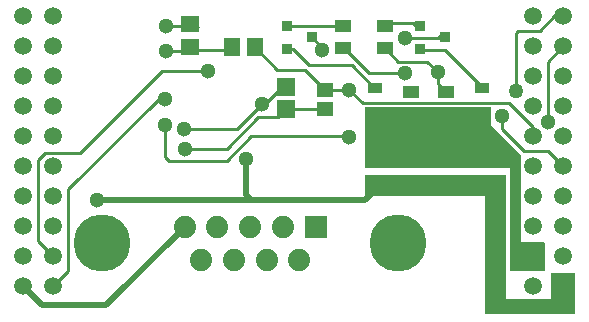
<source format=gbl>
G04 Layer_Physical_Order=2*
G04 Layer_Color=11436288*
%FSLAX42Y42*%
%MOMM*%
G71*
G01*
G75*
%ADD11R,1.45X1.05*%
%ADD13R,1.30X0.90*%
%ADD19C,1.52*%
%ADD21C,0.50*%
%ADD22C,0.25*%
%ADD25C,4.83*%
%ADD26C,1.88*%
%ADD27R,1.88X1.88*%
%ADD28C,1.30*%
%ADD29C,1.27*%
%ADD30R,0.91X0.81*%
%ADD31R,1.45X1.25*%
%ADD32R,1.55X1.55*%
%ADD33R,1.55X1.35*%
%ADD34R,1.35X1.55*%
G36*
X9220Y6350D02*
Y5480D01*
X9600D01*
Y5700D01*
X9800D01*
Y5450D01*
Y5350D01*
X9040D01*
Y6350D01*
X8020D01*
Y6530D01*
X9220D01*
Y6350D01*
D02*
G37*
G36*
X9090Y6950D02*
X9340Y6700D01*
X9340Y5960D01*
X9541Y5960D01*
X9550Y5951D01*
X9550Y5729D01*
X9541Y5720D01*
X9259Y5720D01*
X9250Y5729D01*
X9250Y6590D01*
X8029Y6590D01*
X8020Y6599D01*
X8020Y7107D01*
X9090D01*
Y6950D01*
D02*
G37*
D11*
X8710Y7232D02*
D03*
Y7047D02*
D03*
X8410Y7232D02*
D03*
Y7047D02*
D03*
X8190Y7787D02*
D03*
Y7602D02*
D03*
X7840D02*
D03*
Y7787D02*
D03*
D13*
X9010Y7270D02*
D03*
Y7050D02*
D03*
X8110Y7270D02*
D03*
Y7050D02*
D03*
X9130Y6440D02*
D03*
Y6640D02*
D03*
X8730Y6440D02*
D03*
Y6640D02*
D03*
X8440Y6430D02*
D03*
Y6630D02*
D03*
X8150Y6640D02*
D03*
Y6440D02*
D03*
D19*
X9445Y7873D02*
D03*
X9699D02*
D03*
X9445Y7619D02*
D03*
X9699D02*
D03*
X9445Y7365D02*
D03*
X9699D02*
D03*
X9445Y7111D02*
D03*
X9699D02*
D03*
X9445Y6857D02*
D03*
X9699D02*
D03*
X9445Y6603D02*
D03*
X9699D02*
D03*
X9445Y6349D02*
D03*
X9699D02*
D03*
X9445Y6095D02*
D03*
X9699D02*
D03*
X9445Y5841D02*
D03*
X9699D02*
D03*
X9445Y5587D02*
D03*
X9699D02*
D03*
X5127Y7873D02*
D03*
X5381D02*
D03*
X5127Y7619D02*
D03*
X5381D02*
D03*
X5127Y7365D02*
D03*
X5381D02*
D03*
X5127Y7111D02*
D03*
X5381D02*
D03*
X5127Y6857D02*
D03*
X5381D02*
D03*
X5127Y6603D02*
D03*
X5381D02*
D03*
X5127Y6349D02*
D03*
X5381D02*
D03*
X5127Y6095D02*
D03*
X5381D02*
D03*
X5127Y5841D02*
D03*
X5381D02*
D03*
X5127Y5587D02*
D03*
X5381D02*
D03*
D21*
X8020Y6320D02*
X8120Y6420D01*
X5127Y5587D02*
X5284Y5430D01*
X5833D01*
X6495Y6092D01*
X7055Y6320D02*
X8020D01*
X7012Y6362D02*
X7055Y6320D01*
X5750D02*
X7045D01*
X7050Y6325D01*
X7012Y6362D02*
Y6662D01*
D22*
X5610Y6720D02*
X6300Y7410D01*
X6690D01*
X5310Y6720D02*
X5610D01*
X5250Y6660D02*
X5310Y6720D01*
X5510Y6410D02*
X6275Y7175D01*
X5510Y5716D02*
Y6410D01*
X9180Y6920D02*
Y7030D01*
Y6920D02*
X9370Y6730D01*
X6360Y6650D02*
X6850D01*
X6325Y6685D02*
X6360Y6650D01*
X6325Y6685D02*
Y6950D01*
X7058Y6858D02*
X7882D01*
X6850Y6650D02*
X7058Y6858D01*
X8190Y7772D02*
X8235Y7818D01*
X8360Y7690D02*
X8640D01*
X8670Y7720D01*
X8471Y7777D02*
X8484Y7791D01*
X8471Y7777D02*
Y7777D01*
X8430Y7818D02*
X8471Y7777D01*
X8235Y7818D02*
X8430D01*
X8670Y7720D02*
X8700Y7690D01*
X7660Y7590D02*
Y7607D01*
X8491Y7592D02*
X8698D01*
X8484Y7599D02*
X8491Y7592D01*
X8698D02*
X9015Y7275D01*
X9300Y7240D02*
Y7730D01*
X9320Y7750D01*
X9570Y6980D02*
Y7490D01*
X9699Y7619D01*
X9572Y6730D02*
X9699Y6603D01*
X9370Y6730D02*
X9572D01*
X9240Y7140D02*
X9445Y6935D01*
Y6857D02*
Y6935D01*
X9320Y7750D02*
X9500D01*
X9623Y7873D01*
X9699D01*
X8003Y7140D02*
X9240D01*
X7890Y7253D02*
X8003Y7140D01*
X7680Y7253D02*
X7890D01*
X7882Y6858D02*
X7890Y6850D01*
X8640Y7300D02*
Y7400D01*
X8550Y7490D02*
X8640Y7400D01*
X8303Y7490D02*
X8550D01*
X8640Y7300D02*
X8710Y7230D01*
X8100Y7270D02*
X8110D01*
X7910Y7460D02*
X8100Y7270D01*
X7700Y7460D02*
X7910D01*
X8060Y7390D02*
X8360D01*
X7879Y7571D02*
X8060Y7390D01*
X8190Y7602D02*
X8303Y7490D01*
X7283Y7020D02*
X7350Y7088D01*
X7120Y7020D02*
X7283D01*
X6850Y6750D02*
X7120Y7020D01*
X7335Y7257D02*
X7350Y7272D01*
X7300Y7257D02*
X7335D01*
X7172Y7130D02*
X7300Y7257D01*
X7550Y7460D02*
X7700D01*
X7411Y7599D02*
X7550Y7460D01*
X7359Y7599D02*
X7411D01*
X7512Y7420D02*
X7680Y7253D01*
X7278Y7420D02*
X7512D01*
X7088Y7610D02*
X7278Y7420D01*
X7150Y7130D02*
X7172D01*
X6940Y6920D02*
X7130Y7110D01*
X6490Y6920D02*
X6940D01*
X7571Y7696D02*
X7660Y7607D01*
X7350Y7088D02*
X7680D01*
X6340Y7790D02*
X6475D01*
X6480Y7785D01*
X6545Y7850D01*
X6340Y7580D02*
X6475D01*
X6505Y7610D01*
X5250Y5972D02*
X5381Y5841D01*
X5250Y5972D02*
Y6660D01*
X6275Y7175D02*
X6325D01*
X5381Y5587D02*
X5510Y5716D01*
X6500Y6750D02*
X6850D01*
X7822Y7791D02*
X7840Y7772D01*
X7359Y7791D02*
X7822D01*
X6520Y7860D02*
X6545D01*
X6505Y7610D02*
X6545Y7570D01*
X6560Y7585D01*
X6893D01*
X6545Y7850D02*
X6610Y7785D01*
D25*
X5799Y5950D02*
D03*
X8301D02*
D03*
D26*
X6635Y5808D02*
D03*
X6911D02*
D03*
X7189D02*
D03*
X7466D02*
D03*
X6495Y6092D02*
D03*
X6772D02*
D03*
X7051D02*
D03*
X7328D02*
D03*
D27*
X7605D02*
D03*
D28*
X8140Y6880D02*
D03*
X8360Y7690D02*
D03*
X7660Y7590D02*
D03*
X9180Y7030D02*
D03*
X9570Y6980D02*
D03*
X7890Y7253D02*
D03*
Y6850D02*
D03*
X8640Y7400D02*
D03*
X8360Y7390D02*
D03*
X8940Y6440D02*
D03*
X7150Y7130D02*
D03*
X6340Y7790D02*
D03*
Y7580D02*
D03*
X6690Y7410D02*
D03*
X6325Y7175D02*
D03*
X5750Y6320D02*
D03*
X6490Y6920D02*
D03*
X6500Y6750D02*
D03*
X7012Y6662D02*
D03*
X6325Y6950D02*
D03*
D29*
X9300Y7240D02*
D03*
D30*
X7571Y7696D02*
D03*
X7359Y7599D02*
D03*
Y7791D02*
D03*
X8696Y7696D02*
D03*
X8484Y7599D02*
D03*
Y7791D02*
D03*
D31*
X7680Y7253D02*
D03*
Y7088D02*
D03*
D32*
X7350Y7272D02*
D03*
Y7088D02*
D03*
D33*
X6545Y7610D02*
D03*
Y7810D02*
D03*
D34*
X6893Y7610D02*
D03*
X7088D02*
D03*
M02*

</source>
